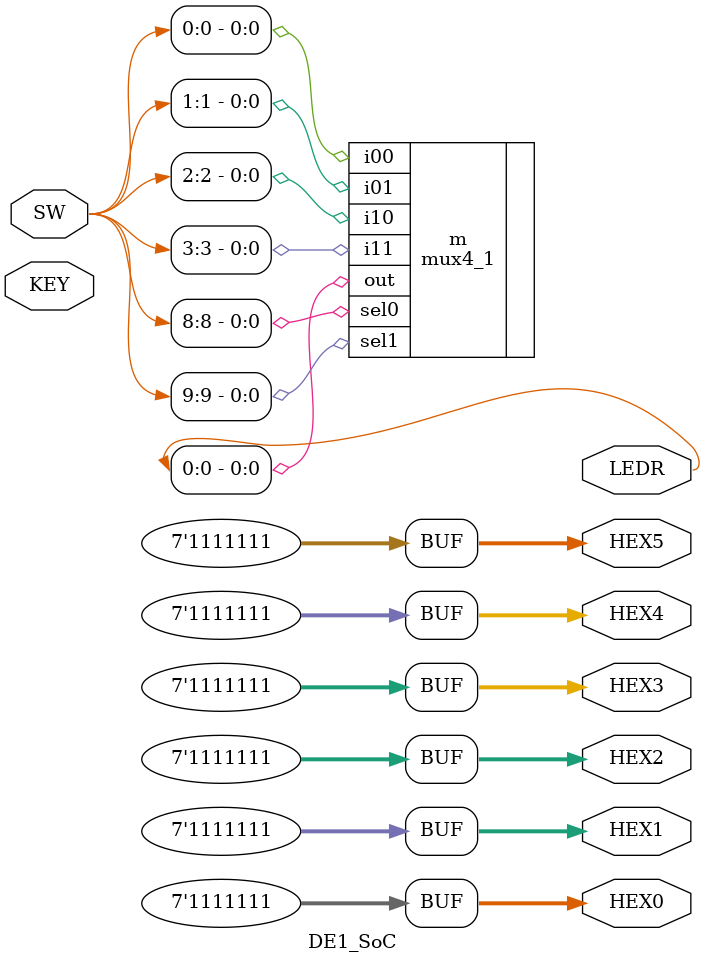
<source format=sv>
module DE1_SoC (HEX0, HEX1, HEX2, HEX3, HEX4, HEX5, KEY, LEDR, SW); 	
	output logic [6:0]  HEX0, HEX1, HEX2, HEX3, HEX4, HEX5; 	
	output logic [9:0]  LEDR; 	
	input  logic [3:0]  KEY; 	
	input  logic [9:0]  SW; 	
			
	mux4_1 m(.out(LEDR[0]), .i00(SW[0]), .i01(SW[1]), .i10(SW[2]), .i11(SW[3]), .sel0(SW[8]), .sel1(SW[9])); 	
	assign HEX0 = '1; 	
	assign HEX1 = '1; 	
	assign HEX2 = '1; 	
	assign HEX3 = '1; 	
	assign HEX4 = '1; 	
	assign HEX5 = '1; 	
endmodule	
</source>
